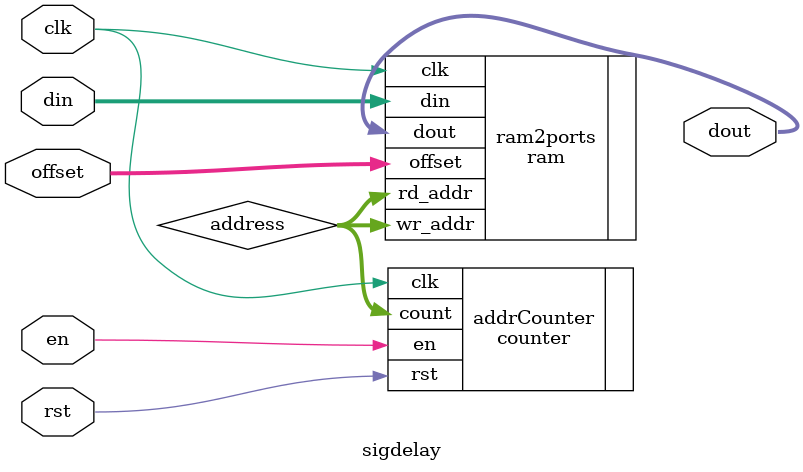
<source format=sv>
module sigdelay #(
    parameter A_WIDTH = 8,
              D_WIDTH = 8
)(
    input logic clk,
    input logic rst,
    input logic en,
    input logic [D_WIDTH-1:0] offset,
    input logic [D_WIDTH-1:0] din,
    output logic [D_WIDTH-1:0] dout
);

    logic [A_WIDTH-1:0] address; //interconnect wire

counter addrCounter (
    .clk (clk),
    .rst (rst),
    .en (en),
    .count (address)
);

ram ram2ports(
    .clk (clk),
    .wr_addr (address),
    .rd_addr (address),
    .offset (offset),
    .din (din),
    .dout (dout)
);
endmodule

</source>
